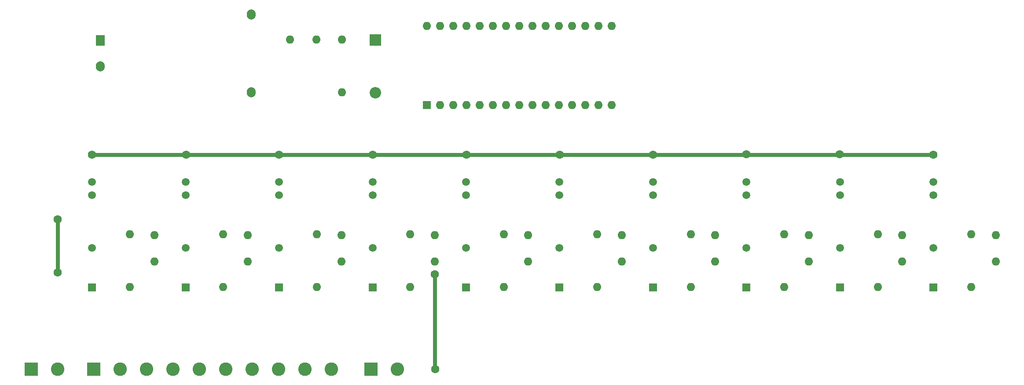
<source format=gbr>
%TF.GenerationSoftware,KiCad,Pcbnew,8.0.7*%
%TF.CreationDate,2025-02-15T17:39:47+06:00*%
%TF.ProjectId,arduino_plc,61726475-696e-46f5-9f70-6c632e6b6963,rev?*%
%TF.SameCoordinates,Original*%
%TF.FileFunction,Copper,L1,Top*%
%TF.FilePolarity,Positive*%
%FSLAX46Y46*%
G04 Gerber Fmt 4.6, Leading zero omitted, Abs format (unit mm)*
G04 Created by KiCad (PCBNEW 8.0.7) date 2025-02-15 17:39:47*
%MOMM*%
%LPD*%
G01*
G04 APERTURE LIST*
%TA.AperFunction,ComponentPad*%
%ADD10R,1.600000X1.600000*%
%TD*%
%TA.AperFunction,ComponentPad*%
%ADD11O,1.600000X1.600000*%
%TD*%
%TA.AperFunction,ComponentPad*%
%ADD12R,1.508000X1.508000*%
%TD*%
%TA.AperFunction,ComponentPad*%
%ADD13C,1.508000*%
%TD*%
%TA.AperFunction,ComponentPad*%
%ADD14R,1.700000X2.000000*%
%TD*%
%TA.AperFunction,ComponentPad*%
%ADD15O,1.700000X2.000000*%
%TD*%
%TA.AperFunction,ComponentPad*%
%ADD16R,2.600000X2.600000*%
%TD*%
%TA.AperFunction,ComponentPad*%
%ADD17C,2.600000*%
%TD*%
%TA.AperFunction,ComponentPad*%
%ADD18R,2.200000X2.200000*%
%TD*%
%TA.AperFunction,ComponentPad*%
%ADD19O,2.200000X2.200000*%
%TD*%
%TA.AperFunction,ViaPad*%
%ADD20C,1.600000*%
%TD*%
%TA.AperFunction,Conductor*%
%ADD21C,0.760000*%
%TD*%
G04 APERTURE END LIST*
D10*
%TO.P,A1,1,D1/TX*%
%TO.N,unconnected-(A1-D1{slash}TX-Pad1)*%
X144152500Y-63842500D03*
D11*
%TO.P,A1,2,D0/RX*%
%TO.N,unconnected-(A1-D0{slash}RX-Pad2)*%
X146692500Y-63842500D03*
%TO.P,A1,3,~{RESET}*%
%TO.N,unconnected-(A1-~{RESET}-Pad3)*%
X149232500Y-63842500D03*
%TO.P,A1,4,GND*%
%TO.N,N/C*%
X151772500Y-63842500D03*
%TO.P,A1,5,D2*%
%TO.N,2*%
X154312500Y-63842500D03*
%TO.P,A1,6,D3*%
%TO.N,3*%
X156852500Y-63842500D03*
%TO.P,A1,7,D4*%
%TO.N,4*%
X159392500Y-63842500D03*
%TO.P,A1,8,D5*%
%TO.N,5*%
X161932500Y-63842500D03*
%TO.P,A1,9,D6*%
%TO.N,6*%
X164472500Y-63842500D03*
%TO.P,A1,10,D7*%
%TO.N,7*%
X167012500Y-63842500D03*
%TO.P,A1,11,D8*%
%TO.N,8*%
X169552500Y-63842500D03*
%TO.P,A1,12,D9*%
%TO.N,9*%
X172092500Y-63842500D03*
%TO.P,A1,13,D10*%
%TO.N,10*%
X174632500Y-63842500D03*
%TO.P,A1,14,D11*%
%TO.N,11*%
X177172500Y-63842500D03*
%TO.P,A1,15,D12*%
%TO.N,unconnected-(A1-D12-Pad15)*%
X179712500Y-63842500D03*
%TO.P,A1,16,D13*%
%TO.N,unconnected-(A1-D13-Pad16)*%
X179712500Y-48602500D03*
%TO.P,A1,17,3V3*%
%TO.N,unconnected-(A1-3V3-Pad17)*%
X177172500Y-48602500D03*
%TO.P,A1,18,AREF*%
%TO.N,unconnected-(A1-AREF-Pad18)*%
X174632500Y-48602500D03*
%TO.P,A1,19,A0*%
%TO.N,unconnected-(A1-A0-Pad19)*%
X172092500Y-48602500D03*
%TO.P,A1,20,A1*%
%TO.N,unconnected-(A1-A1-Pad20)*%
X169552500Y-48602500D03*
%TO.P,A1,21,A2*%
%TO.N,unconnected-(A1-A2-Pad21)*%
X167012500Y-48602500D03*
%TO.P,A1,22,A3*%
%TO.N,unconnected-(A1-A3-Pad22)*%
X164472500Y-48602500D03*
%TO.P,A1,23,A4*%
%TO.N,unconnected-(A1-A4-Pad23)*%
X161932500Y-48602500D03*
%TO.P,A1,24,A5*%
%TO.N,unconnected-(A1-A5-Pad24)*%
X159392500Y-48602500D03*
%TO.P,A1,25,A6*%
%TO.N,unconnected-(A1-A6-Pad25)*%
X156852500Y-48602500D03*
%TO.P,A1,26,A7*%
%TO.N,unconnected-(A1-A7-Pad26)*%
X154312500Y-48602500D03*
%TO.P,A1,27,+5V*%
%TO.N,unconnected-(A1-+5V-Pad27)*%
X151772500Y-48602500D03*
%TO.P,A1,28,~{RESET}*%
%TO.N,unconnected-(A1-~{RESET}-Pad28)*%
X149232500Y-48602500D03*
%TO.P,A1,29,GND*%
%TO.N,GND*%
X146692500Y-48602500D03*
%TO.P,A1,30,VIN*%
%TO.N,VCC*%
X144152500Y-48602500D03*
%TD*%
D12*
%TO.P,K5,1*%
%TO.N,Net-(J5-Pin_2)*%
X151699164Y-98940000D03*
D13*
%TO.P,K5,2*%
%TO.N,AC*%
X151699164Y-91320000D03*
%TO.P,K5,3*%
%TO.N,6*%
X151699164Y-81160000D03*
%TO.P,K5,4*%
%TO.N,GND*%
X151699164Y-78620000D03*
%TD*%
D12*
%TO.P,K6,1*%
%TO.N,Net-(J6-Pin_2)*%
X169685830Y-98940000D03*
D13*
%TO.P,K6,2*%
%TO.N,AC*%
X169685830Y-91320000D03*
%TO.P,K6,3*%
%TO.N,7*%
X169685830Y-81160000D03*
%TO.P,K6,4*%
%TO.N,GND*%
X169685830Y-78620000D03*
%TD*%
D14*
%TO.P,PS1,1,AC/L*%
%TO.N,AC*%
X81345000Y-51372500D03*
D15*
%TO.P,PS1,2,AC/N*%
%TO.N,NEUT*%
X81345000Y-56372500D03*
%TO.P,PS1,3,-Vout*%
%TO.N,GND*%
X110425000Y-46372500D03*
%TO.P,PS1,4,+Vout*%
%TO.N,Net-(D1-A)*%
X110425000Y-61372500D03*
%TD*%
D11*
%TO.P,U9,1*%
%TO.N,NEUT*%
X217636662Y-93950000D03*
%TO.P,U9,2*%
%TO.N,Net-(R9-Pad2)*%
X217636662Y-88870000D03*
%TD*%
D12*
%TO.P,K8,1*%
%TO.N,Net-(J8-Pin_2)*%
X205659162Y-98940000D03*
D13*
%TO.P,K8,2*%
%TO.N,AC*%
X205659162Y-91320000D03*
%TO.P,K8,3*%
%TO.N,9*%
X205659162Y-81160000D03*
%TO.P,K8,4*%
%TO.N,GND*%
X205659162Y-78620000D03*
%TD*%
D12*
%TO.P,K10,1*%
%TO.N,Net-(J10-Pin_2)*%
X241632500Y-98940000D03*
D13*
%TO.P,K10,2*%
%TO.N,AC*%
X241632500Y-91320000D03*
%TO.P,K10,3*%
%TO.N,11*%
X241632500Y-81160000D03*
%TO.P,K10,4*%
%TO.N,GND*%
X241632500Y-78620000D03*
%TD*%
D11*
%TO.P,R7,1*%
%TO.N,Net-(J6-Pin_2)*%
X176953329Y-98920000D03*
%TO.P,R7,2*%
%TO.N,Net-(R7-Pad2)*%
X176953329Y-88760000D03*
%TD*%
%TO.P,U4,1*%
%TO.N,NEUT*%
X127703332Y-93950000D03*
%TO.P,U4,2*%
%TO.N,Net-(R4-Pad2)*%
X127703332Y-88870000D03*
%TD*%
D12*
%TO.P,K9,1*%
%TO.N,Net-(J9-Pin_2)*%
X223645828Y-98940000D03*
D13*
%TO.P,K9,2*%
%TO.N,AC*%
X223645828Y-91320000D03*
%TO.P,K9,3*%
%TO.N,10*%
X223645828Y-81160000D03*
%TO.P,K9,4*%
%TO.N,GND*%
X223645828Y-78620000D03*
%TD*%
D11*
%TO.P,U11,1*%
%TO.N,NEUT*%
X253610000Y-93950000D03*
%TO.P,U11,2*%
%TO.N,Net-(R11-Pad2)*%
X253610000Y-88870000D03*
%TD*%
D16*
%TO.P,REF\u002A\u002A,1*%
%TO.N,NEUT*%
X133432500Y-114710000D03*
D17*
%TO.P,REF\u002A\u002A,2*%
X138512500Y-114710000D03*
%TD*%
D11*
%TO.P,R2,1*%
%TO.N,Net-(J1-Pin_2)*%
X87020000Y-98920000D03*
%TO.P,R2,2*%
%TO.N,Net-(R2-Pad2)*%
X87020000Y-88760000D03*
%TD*%
%TO.P,U3,1*%
%TO.N,NEUT*%
X109716666Y-93950000D03*
%TO.P,U3,2*%
%TO.N,Net-(R3-Pad2)*%
X109716666Y-88870000D03*
%TD*%
%TO.P,U1,1*%
%TO.N,GND*%
X117852500Y-51190000D03*
%TO.P,U1,2*%
%TO.N,Net-(R1-Pad2)*%
X122932500Y-51190000D03*
%TD*%
D12*
%TO.P,K2,1*%
%TO.N,Net-(J2-Pin_2)*%
X97739166Y-98940000D03*
D13*
%TO.P,K2,2*%
%TO.N,AC*%
X97739166Y-91320000D03*
%TO.P,K2,3*%
%TO.N,3*%
X97739166Y-81160000D03*
%TO.P,K2,4*%
%TO.N,GND*%
X97739166Y-78620000D03*
%TD*%
D12*
%TO.P,K3,1*%
%TO.N,Net-(J3-Pin_2)*%
X115725832Y-98940000D03*
D13*
%TO.P,K3,2*%
%TO.N,AC*%
X115725832Y-91320000D03*
%TO.P,K3,3*%
%TO.N,4*%
X115725832Y-81160000D03*
%TO.P,K3,4*%
%TO.N,GND*%
X115725832Y-78620000D03*
%TD*%
D11*
%TO.P,R9,1*%
%TO.N,Net-(J8-Pin_2)*%
X212926661Y-98920000D03*
%TO.P,R9,2*%
%TO.N,Net-(R9-Pad2)*%
X212926661Y-88760000D03*
%TD*%
%TO.P,U2,1*%
%TO.N,NEUT*%
X91730000Y-93950000D03*
%TO.P,U2,2*%
%TO.N,Net-(R2-Pad2)*%
X91730000Y-88870000D03*
%TD*%
%TO.P,R4,1*%
%TO.N,Net-(J3-Pin_2)*%
X122993331Y-98920000D03*
%TO.P,R4,2*%
%TO.N,Net-(R4-Pad2)*%
X122993331Y-88760000D03*
%TD*%
D16*
%TO.P,REF\u002A\u002A,1*%
%TO.N,Net-(J1-Pin_2)*%
X80072500Y-114710000D03*
D17*
%TO.P,REF\u002A\u002A,2*%
%TO.N,Net-(J2-Pin_2)*%
X85152500Y-114710000D03*
%TO.P,REF\u002A\u002A,3*%
%TO.N,Net-(J3-Pin_2)*%
X90232500Y-114710000D03*
%TO.P,REF\u002A\u002A,4*%
%TO.N,Net-(J4-Pin_2)*%
X95312500Y-114710000D03*
%TO.P,REF\u002A\u002A,5*%
%TO.N,Net-(J5-Pin_2)*%
X100392500Y-114710000D03*
%TO.P,REF\u002A\u002A,6*%
%TO.N,Net-(J6-Pin_2)*%
X105472500Y-114710000D03*
%TO.P,REF\u002A\u002A,7*%
%TO.N,Net-(J7-Pin_2)*%
X110552500Y-114710000D03*
%TO.P,REF\u002A\u002A,8*%
%TO.N,Net-(J8-Pin_2)*%
X115632500Y-114710000D03*
%TO.P,REF\u002A\u002A,9*%
%TO.N,Net-(J9-Pin_2)*%
X120712500Y-114710000D03*
%TO.P,REF\u002A\u002A,10*%
%TO.N,Net-(J10-Pin_2)*%
X125792500Y-114710000D03*
%TD*%
D11*
%TO.P,R1,1*%
%TO.N,Net-(D1-A)*%
X127832500Y-61425000D03*
%TO.P,R1,2*%
%TO.N,Net-(R1-Pad2)*%
X127832500Y-51265000D03*
%TD*%
D12*
%TO.P,K4,1*%
%TO.N,Net-(J4-Pin_2)*%
X133712498Y-98940000D03*
D13*
%TO.P,K4,2*%
%TO.N,AC*%
X133712498Y-91320000D03*
%TO.P,K4,3*%
%TO.N,5*%
X133712498Y-81160000D03*
%TO.P,K4,4*%
%TO.N,GND*%
X133712498Y-78620000D03*
%TD*%
D11*
%TO.P,R8,1*%
%TO.N,Net-(J7-Pin_2)*%
X194939995Y-98920000D03*
%TO.P,R8,2*%
%TO.N,Net-(R8-Pad2)*%
X194939995Y-88760000D03*
%TD*%
D12*
%TO.P,K1,1*%
%TO.N,Net-(J1-Pin_2)*%
X79752500Y-98940000D03*
D13*
%TO.P,K1,2*%
%TO.N,AC*%
X79752500Y-91320000D03*
%TO.P,K1,3*%
%TO.N,2*%
X79752500Y-81160000D03*
%TO.P,K1,4*%
%TO.N,GND*%
X79752500Y-78620000D03*
%TD*%
D11*
%TO.P,U7,1*%
%TO.N,NEUT*%
X181663330Y-93950000D03*
%TO.P,U7,2*%
%TO.N,Net-(R7-Pad2)*%
X181663330Y-88870000D03*
%TD*%
%TO.P,R5,1*%
%TO.N,Net-(J4-Pin_2)*%
X140979997Y-98920000D03*
%TO.P,R5,2*%
%TO.N,Net-(R5-Pad2)*%
X140979997Y-88760000D03*
%TD*%
D12*
%TO.P,K7,1*%
%TO.N,Net-(J7-Pin_2)*%
X187672496Y-98940000D03*
D13*
%TO.P,K7,2*%
%TO.N,AC*%
X187672496Y-91320000D03*
%TO.P,K7,3*%
%TO.N,8*%
X187672496Y-81160000D03*
%TO.P,K7,4*%
%TO.N,GND*%
X187672496Y-78620000D03*
%TD*%
D11*
%TO.P,U8,1*%
%TO.N,NEUT*%
X199649996Y-93950000D03*
%TO.P,U8,2*%
%TO.N,Net-(R8-Pad2)*%
X199649996Y-88870000D03*
%TD*%
D16*
%TO.P,REF\u002A\u002A,1*%
%TO.N,AC*%
X68032500Y-114710000D03*
D17*
%TO.P,REF\u002A\u002A,2*%
%TO.N,NEUT*%
X73112500Y-114710000D03*
%TD*%
D11*
%TO.P,U6,1*%
%TO.N,NEUT*%
X163676664Y-93950000D03*
%TO.P,U6,2*%
%TO.N,Net-(R6-Pad2)*%
X163676664Y-88870000D03*
%TD*%
D18*
%TO.P,D1,1,K*%
%TO.N,VCC*%
X134272500Y-51310000D03*
D19*
%TO.P,D1,2,A*%
%TO.N,Net-(D1-A)*%
X134272500Y-61470000D03*
%TD*%
D11*
%TO.P,R11,1*%
%TO.N,Net-(J10-Pin_2)*%
X248899999Y-98920000D03*
%TO.P,R11,2*%
%TO.N,Net-(R11-Pad2)*%
X248899999Y-88760000D03*
%TD*%
%TO.P,U5,1*%
%TO.N,NEUT*%
X145689998Y-93950000D03*
%TO.P,U5,2*%
%TO.N,Net-(R5-Pad2)*%
X145689998Y-88870000D03*
%TD*%
%TO.P,R6,1*%
%TO.N,Net-(J5-Pin_2)*%
X158966663Y-98920000D03*
%TO.P,R6,2*%
%TO.N,Net-(R6-Pad2)*%
X158966663Y-88760000D03*
%TD*%
%TO.P,R3,1*%
%TO.N,Net-(J2-Pin_2)*%
X105006665Y-98920000D03*
%TO.P,R3,2*%
%TO.N,Net-(R3-Pad2)*%
X105006665Y-88760000D03*
%TD*%
%TO.P,R10,1*%
%TO.N,Net-(J9-Pin_2)*%
X230913327Y-98920000D03*
%TO.P,R10,2*%
%TO.N,Net-(R10-Pad2)*%
X230913327Y-88760000D03*
%TD*%
%TO.P,U10,1*%
%TO.N,NEUT*%
X235623328Y-93950000D03*
%TO.P,U10,2*%
%TO.N,Net-(R10-Pad2)*%
X235623328Y-88870000D03*
%TD*%
D20*
%TO.N,GND*%
X223622500Y-73360000D03*
X151762500Y-73370000D03*
X97842500Y-73370000D03*
X169712500Y-73370000D03*
X205652500Y-73360000D03*
X241622500Y-73370000D03*
X187692500Y-73370000D03*
X79735000Y-73370000D03*
X115722500Y-73370000D03*
X133742500Y-73370000D03*
%TO.N,NEUT*%
X73102500Y-85870000D03*
X145762500Y-114750000D03*
X145662500Y-96430000D03*
X73102500Y-96060000D03*
%TD*%
D21*
%TO.N,GND*%
X241622500Y-73370000D02*
X241632500Y-73380000D01*
X79735000Y-73370000D02*
X241622500Y-73370000D01*
%TO.N,NEUT*%
X73102500Y-96060000D02*
X73152500Y-96010000D01*
X145662500Y-96430000D02*
X145662500Y-114650000D01*
X145662500Y-114650000D02*
X145762500Y-114750000D01*
X73152500Y-96010000D02*
X73152500Y-86000000D01*
X73152500Y-86000000D02*
X73022500Y-85870000D01*
%TD*%
M02*

</source>
